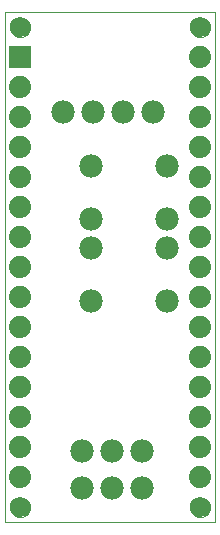
<source format=gbs>
G04 EAGLE Gerber RS-274X export*
G75*
%MOMM*%
%FSLAX34Y34*%
%LPD*%
%INSolder Mask bottom*%
%IPPOS*%
%AMOC8*
5,1,8,0,0,1.08239X$1,22.5*%
G01*
%ADD10C,0.000000*%
%ADD11C,1.981200*%
%ADD12R,1.879600X1.879600*%
%ADD13C,1.879600*%
%ADD14C,1.752600*%


D10*
X0Y0D02*
X177600Y0D01*
X177600Y431675D01*
X0Y431675D01*
X0Y0D01*
D11*
X65088Y60325D03*
X90488Y60325D03*
X115888Y60325D03*
D12*
X12700Y393700D03*
D13*
X12700Y368300D03*
X12700Y342900D03*
X12700Y317500D03*
X12700Y292100D03*
X12700Y266700D03*
X12700Y241300D03*
X12700Y215900D03*
X12700Y190500D03*
X12700Y165100D03*
X12700Y139700D03*
X12700Y114300D03*
X12700Y88900D03*
X12700Y63500D03*
X12700Y38100D03*
X165100Y393700D03*
X165100Y368300D03*
X165100Y342900D03*
X165100Y317500D03*
X165100Y292100D03*
X165100Y266700D03*
X165100Y241300D03*
X165100Y215900D03*
X165100Y190500D03*
X165100Y165100D03*
X165100Y139700D03*
X165100Y114300D03*
X165100Y88900D03*
X165100Y63500D03*
X165100Y38100D03*
D10*
X4445Y12700D02*
X4447Y12903D01*
X4455Y13105D01*
X4467Y13307D01*
X4485Y13509D01*
X4507Y13711D01*
X4534Y13911D01*
X4567Y14111D01*
X4604Y14310D01*
X4646Y14509D01*
X4692Y14706D01*
X4744Y14902D01*
X4800Y15096D01*
X4862Y15289D01*
X4928Y15481D01*
X4998Y15671D01*
X5073Y15859D01*
X5153Y16045D01*
X5238Y16229D01*
X5326Y16412D01*
X5420Y16591D01*
X5517Y16769D01*
X5619Y16944D01*
X5726Y17116D01*
X5836Y17286D01*
X5951Y17453D01*
X6070Y17617D01*
X6192Y17779D01*
X6319Y17937D01*
X6449Y18092D01*
X6583Y18244D01*
X6721Y18392D01*
X6863Y18537D01*
X7008Y18679D01*
X7156Y18817D01*
X7308Y18951D01*
X7463Y19081D01*
X7621Y19208D01*
X7783Y19330D01*
X7947Y19449D01*
X8114Y19564D01*
X8284Y19674D01*
X8456Y19781D01*
X8631Y19883D01*
X8809Y19980D01*
X8988Y20074D01*
X9171Y20162D01*
X9355Y20247D01*
X9541Y20327D01*
X9729Y20402D01*
X9919Y20472D01*
X10111Y20538D01*
X10304Y20600D01*
X10498Y20656D01*
X10694Y20708D01*
X10891Y20754D01*
X11090Y20796D01*
X11289Y20833D01*
X11489Y20866D01*
X11689Y20893D01*
X11891Y20915D01*
X12093Y20933D01*
X12295Y20945D01*
X12497Y20953D01*
X12700Y20955D01*
X12903Y20953D01*
X13105Y20945D01*
X13307Y20933D01*
X13509Y20915D01*
X13711Y20893D01*
X13911Y20866D01*
X14111Y20833D01*
X14310Y20796D01*
X14509Y20754D01*
X14706Y20708D01*
X14902Y20656D01*
X15096Y20600D01*
X15289Y20538D01*
X15481Y20472D01*
X15671Y20402D01*
X15859Y20327D01*
X16045Y20247D01*
X16229Y20162D01*
X16412Y20074D01*
X16591Y19980D01*
X16769Y19883D01*
X16944Y19781D01*
X17116Y19674D01*
X17286Y19564D01*
X17453Y19449D01*
X17617Y19330D01*
X17779Y19208D01*
X17937Y19081D01*
X18092Y18951D01*
X18244Y18817D01*
X18392Y18679D01*
X18537Y18537D01*
X18679Y18392D01*
X18817Y18244D01*
X18951Y18092D01*
X19081Y17937D01*
X19208Y17779D01*
X19330Y17617D01*
X19449Y17453D01*
X19564Y17286D01*
X19674Y17116D01*
X19781Y16944D01*
X19883Y16769D01*
X19980Y16591D01*
X20074Y16412D01*
X20162Y16229D01*
X20247Y16045D01*
X20327Y15859D01*
X20402Y15671D01*
X20472Y15481D01*
X20538Y15289D01*
X20600Y15096D01*
X20656Y14902D01*
X20708Y14706D01*
X20754Y14509D01*
X20796Y14310D01*
X20833Y14111D01*
X20866Y13911D01*
X20893Y13711D01*
X20915Y13509D01*
X20933Y13307D01*
X20945Y13105D01*
X20953Y12903D01*
X20955Y12700D01*
X20953Y12497D01*
X20945Y12295D01*
X20933Y12093D01*
X20915Y11891D01*
X20893Y11689D01*
X20866Y11489D01*
X20833Y11289D01*
X20796Y11090D01*
X20754Y10891D01*
X20708Y10694D01*
X20656Y10498D01*
X20600Y10304D01*
X20538Y10111D01*
X20472Y9919D01*
X20402Y9729D01*
X20327Y9541D01*
X20247Y9355D01*
X20162Y9171D01*
X20074Y8988D01*
X19980Y8809D01*
X19883Y8631D01*
X19781Y8456D01*
X19674Y8284D01*
X19564Y8114D01*
X19449Y7947D01*
X19330Y7783D01*
X19208Y7621D01*
X19081Y7463D01*
X18951Y7308D01*
X18817Y7156D01*
X18679Y7008D01*
X18537Y6863D01*
X18392Y6721D01*
X18244Y6583D01*
X18092Y6449D01*
X17937Y6319D01*
X17779Y6192D01*
X17617Y6070D01*
X17453Y5951D01*
X17286Y5836D01*
X17116Y5726D01*
X16944Y5619D01*
X16769Y5517D01*
X16591Y5420D01*
X16412Y5326D01*
X16229Y5238D01*
X16045Y5153D01*
X15859Y5073D01*
X15671Y4998D01*
X15481Y4928D01*
X15289Y4862D01*
X15096Y4800D01*
X14902Y4744D01*
X14706Y4692D01*
X14509Y4646D01*
X14310Y4604D01*
X14111Y4567D01*
X13911Y4534D01*
X13711Y4507D01*
X13509Y4485D01*
X13307Y4467D01*
X13105Y4455D01*
X12903Y4447D01*
X12700Y4445D01*
X12497Y4447D01*
X12295Y4455D01*
X12093Y4467D01*
X11891Y4485D01*
X11689Y4507D01*
X11489Y4534D01*
X11289Y4567D01*
X11090Y4604D01*
X10891Y4646D01*
X10694Y4692D01*
X10498Y4744D01*
X10304Y4800D01*
X10111Y4862D01*
X9919Y4928D01*
X9729Y4998D01*
X9541Y5073D01*
X9355Y5153D01*
X9171Y5238D01*
X8988Y5326D01*
X8809Y5420D01*
X8631Y5517D01*
X8456Y5619D01*
X8284Y5726D01*
X8114Y5836D01*
X7947Y5951D01*
X7783Y6070D01*
X7621Y6192D01*
X7463Y6319D01*
X7308Y6449D01*
X7156Y6583D01*
X7008Y6721D01*
X6863Y6863D01*
X6721Y7008D01*
X6583Y7156D01*
X6449Y7308D01*
X6319Y7463D01*
X6192Y7621D01*
X6070Y7783D01*
X5951Y7947D01*
X5836Y8114D01*
X5726Y8284D01*
X5619Y8456D01*
X5517Y8631D01*
X5420Y8809D01*
X5326Y8988D01*
X5238Y9171D01*
X5153Y9355D01*
X5073Y9541D01*
X4998Y9729D01*
X4928Y9919D01*
X4862Y10111D01*
X4800Y10304D01*
X4744Y10498D01*
X4692Y10694D01*
X4646Y10891D01*
X4604Y11090D01*
X4567Y11289D01*
X4534Y11489D01*
X4507Y11689D01*
X4485Y11891D01*
X4467Y12093D01*
X4455Y12295D01*
X4447Y12497D01*
X4445Y12700D01*
D14*
X12700Y12700D03*
D10*
X156845Y12700D02*
X156847Y12903D01*
X156855Y13105D01*
X156867Y13307D01*
X156885Y13509D01*
X156907Y13711D01*
X156934Y13911D01*
X156967Y14111D01*
X157004Y14310D01*
X157046Y14509D01*
X157092Y14706D01*
X157144Y14902D01*
X157200Y15096D01*
X157262Y15289D01*
X157328Y15481D01*
X157398Y15671D01*
X157473Y15859D01*
X157553Y16045D01*
X157638Y16229D01*
X157726Y16412D01*
X157820Y16591D01*
X157917Y16769D01*
X158019Y16944D01*
X158126Y17116D01*
X158236Y17286D01*
X158351Y17453D01*
X158470Y17617D01*
X158592Y17779D01*
X158719Y17937D01*
X158849Y18092D01*
X158983Y18244D01*
X159121Y18392D01*
X159263Y18537D01*
X159408Y18679D01*
X159556Y18817D01*
X159708Y18951D01*
X159863Y19081D01*
X160021Y19208D01*
X160183Y19330D01*
X160347Y19449D01*
X160514Y19564D01*
X160684Y19674D01*
X160856Y19781D01*
X161031Y19883D01*
X161209Y19980D01*
X161388Y20074D01*
X161571Y20162D01*
X161755Y20247D01*
X161941Y20327D01*
X162129Y20402D01*
X162319Y20472D01*
X162511Y20538D01*
X162704Y20600D01*
X162898Y20656D01*
X163094Y20708D01*
X163291Y20754D01*
X163490Y20796D01*
X163689Y20833D01*
X163889Y20866D01*
X164089Y20893D01*
X164291Y20915D01*
X164493Y20933D01*
X164695Y20945D01*
X164897Y20953D01*
X165100Y20955D01*
X165303Y20953D01*
X165505Y20945D01*
X165707Y20933D01*
X165909Y20915D01*
X166111Y20893D01*
X166311Y20866D01*
X166511Y20833D01*
X166710Y20796D01*
X166909Y20754D01*
X167106Y20708D01*
X167302Y20656D01*
X167496Y20600D01*
X167689Y20538D01*
X167881Y20472D01*
X168071Y20402D01*
X168259Y20327D01*
X168445Y20247D01*
X168629Y20162D01*
X168812Y20074D01*
X168991Y19980D01*
X169169Y19883D01*
X169344Y19781D01*
X169516Y19674D01*
X169686Y19564D01*
X169853Y19449D01*
X170017Y19330D01*
X170179Y19208D01*
X170337Y19081D01*
X170492Y18951D01*
X170644Y18817D01*
X170792Y18679D01*
X170937Y18537D01*
X171079Y18392D01*
X171217Y18244D01*
X171351Y18092D01*
X171481Y17937D01*
X171608Y17779D01*
X171730Y17617D01*
X171849Y17453D01*
X171964Y17286D01*
X172074Y17116D01*
X172181Y16944D01*
X172283Y16769D01*
X172380Y16591D01*
X172474Y16412D01*
X172562Y16229D01*
X172647Y16045D01*
X172727Y15859D01*
X172802Y15671D01*
X172872Y15481D01*
X172938Y15289D01*
X173000Y15096D01*
X173056Y14902D01*
X173108Y14706D01*
X173154Y14509D01*
X173196Y14310D01*
X173233Y14111D01*
X173266Y13911D01*
X173293Y13711D01*
X173315Y13509D01*
X173333Y13307D01*
X173345Y13105D01*
X173353Y12903D01*
X173355Y12700D01*
X173353Y12497D01*
X173345Y12295D01*
X173333Y12093D01*
X173315Y11891D01*
X173293Y11689D01*
X173266Y11489D01*
X173233Y11289D01*
X173196Y11090D01*
X173154Y10891D01*
X173108Y10694D01*
X173056Y10498D01*
X173000Y10304D01*
X172938Y10111D01*
X172872Y9919D01*
X172802Y9729D01*
X172727Y9541D01*
X172647Y9355D01*
X172562Y9171D01*
X172474Y8988D01*
X172380Y8809D01*
X172283Y8631D01*
X172181Y8456D01*
X172074Y8284D01*
X171964Y8114D01*
X171849Y7947D01*
X171730Y7783D01*
X171608Y7621D01*
X171481Y7463D01*
X171351Y7308D01*
X171217Y7156D01*
X171079Y7008D01*
X170937Y6863D01*
X170792Y6721D01*
X170644Y6583D01*
X170492Y6449D01*
X170337Y6319D01*
X170179Y6192D01*
X170017Y6070D01*
X169853Y5951D01*
X169686Y5836D01*
X169516Y5726D01*
X169344Y5619D01*
X169169Y5517D01*
X168991Y5420D01*
X168812Y5326D01*
X168629Y5238D01*
X168445Y5153D01*
X168259Y5073D01*
X168071Y4998D01*
X167881Y4928D01*
X167689Y4862D01*
X167496Y4800D01*
X167302Y4744D01*
X167106Y4692D01*
X166909Y4646D01*
X166710Y4604D01*
X166511Y4567D01*
X166311Y4534D01*
X166111Y4507D01*
X165909Y4485D01*
X165707Y4467D01*
X165505Y4455D01*
X165303Y4447D01*
X165100Y4445D01*
X164897Y4447D01*
X164695Y4455D01*
X164493Y4467D01*
X164291Y4485D01*
X164089Y4507D01*
X163889Y4534D01*
X163689Y4567D01*
X163490Y4604D01*
X163291Y4646D01*
X163094Y4692D01*
X162898Y4744D01*
X162704Y4800D01*
X162511Y4862D01*
X162319Y4928D01*
X162129Y4998D01*
X161941Y5073D01*
X161755Y5153D01*
X161571Y5238D01*
X161388Y5326D01*
X161209Y5420D01*
X161031Y5517D01*
X160856Y5619D01*
X160684Y5726D01*
X160514Y5836D01*
X160347Y5951D01*
X160183Y6070D01*
X160021Y6192D01*
X159863Y6319D01*
X159708Y6449D01*
X159556Y6583D01*
X159408Y6721D01*
X159263Y6863D01*
X159121Y7008D01*
X158983Y7156D01*
X158849Y7308D01*
X158719Y7463D01*
X158592Y7621D01*
X158470Y7783D01*
X158351Y7947D01*
X158236Y8114D01*
X158126Y8284D01*
X158019Y8456D01*
X157917Y8631D01*
X157820Y8809D01*
X157726Y8988D01*
X157638Y9171D01*
X157553Y9355D01*
X157473Y9541D01*
X157398Y9729D01*
X157328Y9919D01*
X157262Y10111D01*
X157200Y10304D01*
X157144Y10498D01*
X157092Y10694D01*
X157046Y10891D01*
X157004Y11090D01*
X156967Y11289D01*
X156934Y11489D01*
X156907Y11689D01*
X156885Y11891D01*
X156867Y12093D01*
X156855Y12295D01*
X156847Y12497D01*
X156845Y12700D01*
D14*
X165100Y12700D03*
D10*
X156845Y419100D02*
X156847Y419303D01*
X156855Y419505D01*
X156867Y419707D01*
X156885Y419909D01*
X156907Y420111D01*
X156934Y420311D01*
X156967Y420511D01*
X157004Y420710D01*
X157046Y420909D01*
X157092Y421106D01*
X157144Y421302D01*
X157200Y421496D01*
X157262Y421689D01*
X157328Y421881D01*
X157398Y422071D01*
X157473Y422259D01*
X157553Y422445D01*
X157638Y422629D01*
X157726Y422812D01*
X157820Y422991D01*
X157917Y423169D01*
X158019Y423344D01*
X158126Y423516D01*
X158236Y423686D01*
X158351Y423853D01*
X158470Y424017D01*
X158592Y424179D01*
X158719Y424337D01*
X158849Y424492D01*
X158983Y424644D01*
X159121Y424792D01*
X159263Y424937D01*
X159408Y425079D01*
X159556Y425217D01*
X159708Y425351D01*
X159863Y425481D01*
X160021Y425608D01*
X160183Y425730D01*
X160347Y425849D01*
X160514Y425964D01*
X160684Y426074D01*
X160856Y426181D01*
X161031Y426283D01*
X161209Y426380D01*
X161388Y426474D01*
X161571Y426562D01*
X161755Y426647D01*
X161941Y426727D01*
X162129Y426802D01*
X162319Y426872D01*
X162511Y426938D01*
X162704Y427000D01*
X162898Y427056D01*
X163094Y427108D01*
X163291Y427154D01*
X163490Y427196D01*
X163689Y427233D01*
X163889Y427266D01*
X164089Y427293D01*
X164291Y427315D01*
X164493Y427333D01*
X164695Y427345D01*
X164897Y427353D01*
X165100Y427355D01*
X165303Y427353D01*
X165505Y427345D01*
X165707Y427333D01*
X165909Y427315D01*
X166111Y427293D01*
X166311Y427266D01*
X166511Y427233D01*
X166710Y427196D01*
X166909Y427154D01*
X167106Y427108D01*
X167302Y427056D01*
X167496Y427000D01*
X167689Y426938D01*
X167881Y426872D01*
X168071Y426802D01*
X168259Y426727D01*
X168445Y426647D01*
X168629Y426562D01*
X168812Y426474D01*
X168991Y426380D01*
X169169Y426283D01*
X169344Y426181D01*
X169516Y426074D01*
X169686Y425964D01*
X169853Y425849D01*
X170017Y425730D01*
X170179Y425608D01*
X170337Y425481D01*
X170492Y425351D01*
X170644Y425217D01*
X170792Y425079D01*
X170937Y424937D01*
X171079Y424792D01*
X171217Y424644D01*
X171351Y424492D01*
X171481Y424337D01*
X171608Y424179D01*
X171730Y424017D01*
X171849Y423853D01*
X171964Y423686D01*
X172074Y423516D01*
X172181Y423344D01*
X172283Y423169D01*
X172380Y422991D01*
X172474Y422812D01*
X172562Y422629D01*
X172647Y422445D01*
X172727Y422259D01*
X172802Y422071D01*
X172872Y421881D01*
X172938Y421689D01*
X173000Y421496D01*
X173056Y421302D01*
X173108Y421106D01*
X173154Y420909D01*
X173196Y420710D01*
X173233Y420511D01*
X173266Y420311D01*
X173293Y420111D01*
X173315Y419909D01*
X173333Y419707D01*
X173345Y419505D01*
X173353Y419303D01*
X173355Y419100D01*
X173353Y418897D01*
X173345Y418695D01*
X173333Y418493D01*
X173315Y418291D01*
X173293Y418089D01*
X173266Y417889D01*
X173233Y417689D01*
X173196Y417490D01*
X173154Y417291D01*
X173108Y417094D01*
X173056Y416898D01*
X173000Y416704D01*
X172938Y416511D01*
X172872Y416319D01*
X172802Y416129D01*
X172727Y415941D01*
X172647Y415755D01*
X172562Y415571D01*
X172474Y415388D01*
X172380Y415209D01*
X172283Y415031D01*
X172181Y414856D01*
X172074Y414684D01*
X171964Y414514D01*
X171849Y414347D01*
X171730Y414183D01*
X171608Y414021D01*
X171481Y413863D01*
X171351Y413708D01*
X171217Y413556D01*
X171079Y413408D01*
X170937Y413263D01*
X170792Y413121D01*
X170644Y412983D01*
X170492Y412849D01*
X170337Y412719D01*
X170179Y412592D01*
X170017Y412470D01*
X169853Y412351D01*
X169686Y412236D01*
X169516Y412126D01*
X169344Y412019D01*
X169169Y411917D01*
X168991Y411820D01*
X168812Y411726D01*
X168629Y411638D01*
X168445Y411553D01*
X168259Y411473D01*
X168071Y411398D01*
X167881Y411328D01*
X167689Y411262D01*
X167496Y411200D01*
X167302Y411144D01*
X167106Y411092D01*
X166909Y411046D01*
X166710Y411004D01*
X166511Y410967D01*
X166311Y410934D01*
X166111Y410907D01*
X165909Y410885D01*
X165707Y410867D01*
X165505Y410855D01*
X165303Y410847D01*
X165100Y410845D01*
X164897Y410847D01*
X164695Y410855D01*
X164493Y410867D01*
X164291Y410885D01*
X164089Y410907D01*
X163889Y410934D01*
X163689Y410967D01*
X163490Y411004D01*
X163291Y411046D01*
X163094Y411092D01*
X162898Y411144D01*
X162704Y411200D01*
X162511Y411262D01*
X162319Y411328D01*
X162129Y411398D01*
X161941Y411473D01*
X161755Y411553D01*
X161571Y411638D01*
X161388Y411726D01*
X161209Y411820D01*
X161031Y411917D01*
X160856Y412019D01*
X160684Y412126D01*
X160514Y412236D01*
X160347Y412351D01*
X160183Y412470D01*
X160021Y412592D01*
X159863Y412719D01*
X159708Y412849D01*
X159556Y412983D01*
X159408Y413121D01*
X159263Y413263D01*
X159121Y413408D01*
X158983Y413556D01*
X158849Y413708D01*
X158719Y413863D01*
X158592Y414021D01*
X158470Y414183D01*
X158351Y414347D01*
X158236Y414514D01*
X158126Y414684D01*
X158019Y414856D01*
X157917Y415031D01*
X157820Y415209D01*
X157726Y415388D01*
X157638Y415571D01*
X157553Y415755D01*
X157473Y415941D01*
X157398Y416129D01*
X157328Y416319D01*
X157262Y416511D01*
X157200Y416704D01*
X157144Y416898D01*
X157092Y417094D01*
X157046Y417291D01*
X157004Y417490D01*
X156967Y417689D01*
X156934Y417889D01*
X156907Y418089D01*
X156885Y418291D01*
X156867Y418493D01*
X156855Y418695D01*
X156847Y418897D01*
X156845Y419100D01*
D14*
X165100Y419100D03*
D10*
X4445Y419100D02*
X4447Y419303D01*
X4455Y419505D01*
X4467Y419707D01*
X4485Y419909D01*
X4507Y420111D01*
X4534Y420311D01*
X4567Y420511D01*
X4604Y420710D01*
X4646Y420909D01*
X4692Y421106D01*
X4744Y421302D01*
X4800Y421496D01*
X4862Y421689D01*
X4928Y421881D01*
X4998Y422071D01*
X5073Y422259D01*
X5153Y422445D01*
X5238Y422629D01*
X5326Y422812D01*
X5420Y422991D01*
X5517Y423169D01*
X5619Y423344D01*
X5726Y423516D01*
X5836Y423686D01*
X5951Y423853D01*
X6070Y424017D01*
X6192Y424179D01*
X6319Y424337D01*
X6449Y424492D01*
X6583Y424644D01*
X6721Y424792D01*
X6863Y424937D01*
X7008Y425079D01*
X7156Y425217D01*
X7308Y425351D01*
X7463Y425481D01*
X7621Y425608D01*
X7783Y425730D01*
X7947Y425849D01*
X8114Y425964D01*
X8284Y426074D01*
X8456Y426181D01*
X8631Y426283D01*
X8809Y426380D01*
X8988Y426474D01*
X9171Y426562D01*
X9355Y426647D01*
X9541Y426727D01*
X9729Y426802D01*
X9919Y426872D01*
X10111Y426938D01*
X10304Y427000D01*
X10498Y427056D01*
X10694Y427108D01*
X10891Y427154D01*
X11090Y427196D01*
X11289Y427233D01*
X11489Y427266D01*
X11689Y427293D01*
X11891Y427315D01*
X12093Y427333D01*
X12295Y427345D01*
X12497Y427353D01*
X12700Y427355D01*
X12903Y427353D01*
X13105Y427345D01*
X13307Y427333D01*
X13509Y427315D01*
X13711Y427293D01*
X13911Y427266D01*
X14111Y427233D01*
X14310Y427196D01*
X14509Y427154D01*
X14706Y427108D01*
X14902Y427056D01*
X15096Y427000D01*
X15289Y426938D01*
X15481Y426872D01*
X15671Y426802D01*
X15859Y426727D01*
X16045Y426647D01*
X16229Y426562D01*
X16412Y426474D01*
X16591Y426380D01*
X16769Y426283D01*
X16944Y426181D01*
X17116Y426074D01*
X17286Y425964D01*
X17453Y425849D01*
X17617Y425730D01*
X17779Y425608D01*
X17937Y425481D01*
X18092Y425351D01*
X18244Y425217D01*
X18392Y425079D01*
X18537Y424937D01*
X18679Y424792D01*
X18817Y424644D01*
X18951Y424492D01*
X19081Y424337D01*
X19208Y424179D01*
X19330Y424017D01*
X19449Y423853D01*
X19564Y423686D01*
X19674Y423516D01*
X19781Y423344D01*
X19883Y423169D01*
X19980Y422991D01*
X20074Y422812D01*
X20162Y422629D01*
X20247Y422445D01*
X20327Y422259D01*
X20402Y422071D01*
X20472Y421881D01*
X20538Y421689D01*
X20600Y421496D01*
X20656Y421302D01*
X20708Y421106D01*
X20754Y420909D01*
X20796Y420710D01*
X20833Y420511D01*
X20866Y420311D01*
X20893Y420111D01*
X20915Y419909D01*
X20933Y419707D01*
X20945Y419505D01*
X20953Y419303D01*
X20955Y419100D01*
X20953Y418897D01*
X20945Y418695D01*
X20933Y418493D01*
X20915Y418291D01*
X20893Y418089D01*
X20866Y417889D01*
X20833Y417689D01*
X20796Y417490D01*
X20754Y417291D01*
X20708Y417094D01*
X20656Y416898D01*
X20600Y416704D01*
X20538Y416511D01*
X20472Y416319D01*
X20402Y416129D01*
X20327Y415941D01*
X20247Y415755D01*
X20162Y415571D01*
X20074Y415388D01*
X19980Y415209D01*
X19883Y415031D01*
X19781Y414856D01*
X19674Y414684D01*
X19564Y414514D01*
X19449Y414347D01*
X19330Y414183D01*
X19208Y414021D01*
X19081Y413863D01*
X18951Y413708D01*
X18817Y413556D01*
X18679Y413408D01*
X18537Y413263D01*
X18392Y413121D01*
X18244Y412983D01*
X18092Y412849D01*
X17937Y412719D01*
X17779Y412592D01*
X17617Y412470D01*
X17453Y412351D01*
X17286Y412236D01*
X17116Y412126D01*
X16944Y412019D01*
X16769Y411917D01*
X16591Y411820D01*
X16412Y411726D01*
X16229Y411638D01*
X16045Y411553D01*
X15859Y411473D01*
X15671Y411398D01*
X15481Y411328D01*
X15289Y411262D01*
X15096Y411200D01*
X14902Y411144D01*
X14706Y411092D01*
X14509Y411046D01*
X14310Y411004D01*
X14111Y410967D01*
X13911Y410934D01*
X13711Y410907D01*
X13509Y410885D01*
X13307Y410867D01*
X13105Y410855D01*
X12903Y410847D01*
X12700Y410845D01*
X12497Y410847D01*
X12295Y410855D01*
X12093Y410867D01*
X11891Y410885D01*
X11689Y410907D01*
X11489Y410934D01*
X11289Y410967D01*
X11090Y411004D01*
X10891Y411046D01*
X10694Y411092D01*
X10498Y411144D01*
X10304Y411200D01*
X10111Y411262D01*
X9919Y411328D01*
X9729Y411398D01*
X9541Y411473D01*
X9355Y411553D01*
X9171Y411638D01*
X8988Y411726D01*
X8809Y411820D01*
X8631Y411917D01*
X8456Y412019D01*
X8284Y412126D01*
X8114Y412236D01*
X7947Y412351D01*
X7783Y412470D01*
X7621Y412592D01*
X7463Y412719D01*
X7308Y412849D01*
X7156Y412983D01*
X7008Y413121D01*
X6863Y413263D01*
X6721Y413408D01*
X6583Y413556D01*
X6449Y413708D01*
X6319Y413863D01*
X6192Y414021D01*
X6070Y414183D01*
X5951Y414347D01*
X5836Y414514D01*
X5726Y414684D01*
X5619Y414856D01*
X5517Y415031D01*
X5420Y415209D01*
X5326Y415388D01*
X5238Y415571D01*
X5153Y415755D01*
X5073Y415941D01*
X4998Y416129D01*
X4928Y416319D01*
X4862Y416511D01*
X4800Y416704D01*
X4744Y416898D01*
X4692Y417094D01*
X4646Y417291D01*
X4604Y417490D01*
X4567Y417689D01*
X4534Y417889D01*
X4507Y418089D01*
X4485Y418291D01*
X4467Y418493D01*
X4455Y418695D01*
X4447Y418897D01*
X4445Y419100D01*
D14*
X12700Y419100D03*
D11*
X125413Y347663D03*
X100013Y347663D03*
X74613Y347663D03*
X49213Y347663D03*
X72263Y302006D03*
X137287Y302006D03*
X72263Y256794D03*
X137287Y256794D03*
X72263Y232156D03*
X137287Y232156D03*
X72263Y186944D03*
X137287Y186944D03*
X65088Y28575D03*
X90488Y28575D03*
X115888Y28575D03*
M02*

</source>
